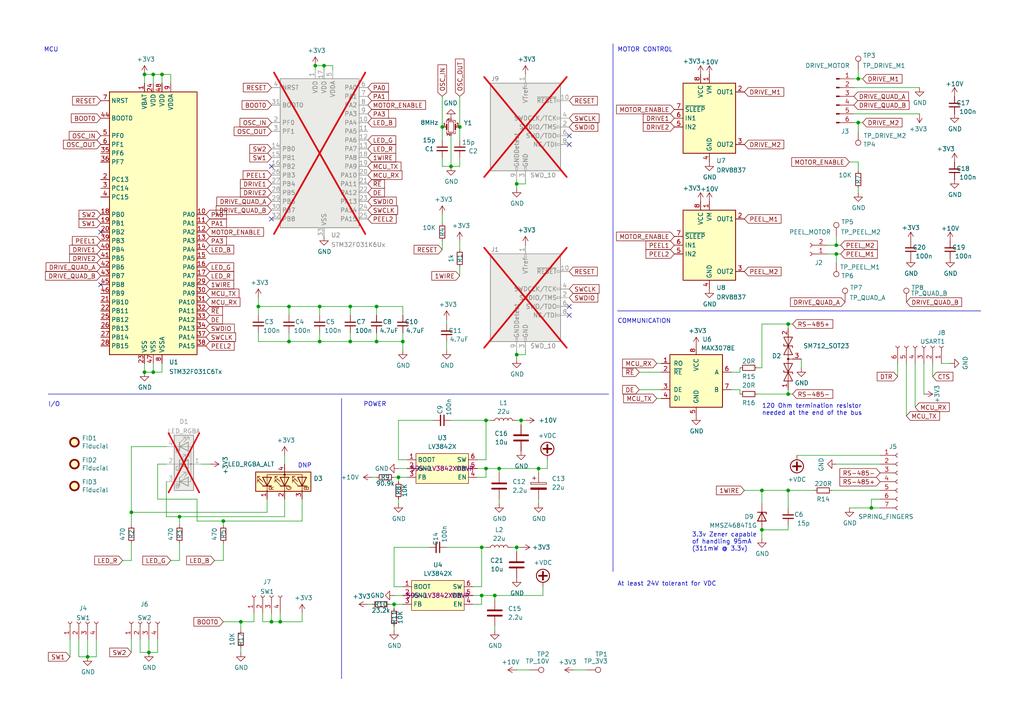
<source format=kicad_sch>
(kicad_sch (version 20250114) (generator "eeschema") (generator_version "9.0")
  (paper "A4")
  (title_block (title "LumenPnP Feeder Control Board") (rev "09") (company "Opulo, Inc."))
  (text "I/O" (at 13.97 118.11 0) (effects (font (size 1.27 1.27)) (justify left bottom)))
  (text "DNP" (at 86.36 135.89 0) (effects (font (size 1.27 1.27)) (justify left bottom)))
  (text "COMMUNICATION" (at 179.07 93.98 0) (effects (font (size 1.27 1.27)) (justify left bottom)))
  (text "MOTOR CONTROL" (at 179.07 15.24 0) (effects (font (size 1.27 1.27)) (justify left bottom)))
  (text "POWER" (at 105.41 118.11 0) (effects (font (size 1.27 1.27)) (justify left bottom)))
  (text "3.3v Zener capable\nof handling 95mA \n(311mW @ 3.3v)" (at 200.66 160.02 0) (effects (font (size 1.27 1.27)) (justify left bottom)))
  (text "At least 24V tolerant for VDC\n" (at 179.07 170.18 0) (effects (font (size 1.27 1.27)) (justify left bottom)))
  (text "MCU" (at 12.7 15.24 0) (effects (font (size 1.27 1.27)) (justify left bottom)))
  (text "120 Ohm termination resistor\nneeded at the end of the bus" (at 220.98 120.65 0) (effects (font (size 1.27 1.27)) (justify left bottom)))
  (junction (at 41.91 107.95))
  (junction (at 149.86 158.75))
  (junction (at 144.78 135.89))
  (junction (at 25.4 190.5))
  (junction (at 93.98 19.05))
  (junction (at 143.51 172.72))
  (junction (at 83.82 88.9))
  (junction (at 140.97 135.89))
  (junction (at 228.6 114.3))
  (junction (at 220.98 142.24))
  (junction (at 116.84 99.06))
  (junction (at 78.74 180.34))
  (junction (at 248.92 22.86))
  (junction (at 44.45 107.95))
  (junction (at 128.27 36.83))
  (junction (at 46.99 21.59))
  (junction (at 92.71 88.9))
  (junction (at 133.35 36.83))
  (junction (at 139.7 172.72))
  (junction (at 41.91 21.59))
  (junction (at 242.57 71.12))
  (junction (at 109.22 88.9))
  (junction (at 64.77 151.13))
  (junction (at 38.1 148.59))
  (junction (at 220.98 153.67))
  (junction (at 109.22 99.06))
  (junction (at 139.7 158.75))
  (junction (at 91.44 19.05))
  (junction (at 151.13 121.92))
  (junction (at 140.97 121.92))
  (junction (at 101.6 88.9))
  (junction (at 69.85 180.34))
  (junction (at 149.86 53.34))
  (junction (at 149.86 102.87))
  (junction (at 74.93 88.9))
  (junction (at 101.6 99.06))
  (junction (at 130.81 48.26))
  (junction (at 242.57 73.66))
  (junction (at 248.92 35.56))
  (junction (at 81.28 180.34))
  (junction (at 228.6 93.98))
  (junction (at 228.6 142.24))
  (junction (at 115.57 138.43))
  (junction (at 252.73 147.32))
  (junction (at 43.18 189.23))
  (junction (at 92.71 99.06))
  (junction (at 83.82 99.06))
  (junction (at 44.45 21.59))
  (junction (at 52.07 149.86))
  (junction (at 156.21 135.89))
  (junction (at 114.3 175.26))
  (no_connect (at 29.21 82.55))
  (no_connect (at 165.1 41.91))
  (no_connect (at 78.74 48.26))
  (no_connect (at 29.21 67.31))
  (no_connect (at 165.1 39.37))
  (no_connect (at 78.74 63.5))
  (no_connect (at 165.1 88.9))
  (no_connect (at 165.1 91.44))
  (wire (pts (xy 247.65 35.56) (xy 248.92 35.56)))
  (wire (pts (xy 38.1 189.23) (xy 38.1 185.42)))
  (wire (pts (xy 220.98 106.68) (xy 220.98 93.98)))
  (wire (pts (xy 49.53 162.56) (xy 52.07 162.56)))
  (wire (pts (xy 41.91 105.41) (xy 41.91 107.95)))
  (wire (pts (xy 128.27 62.23) (xy 128.27 64.77)))
  (wire (pts (xy 248.92 54.61) (xy 248.92 55.88)))
  (wire (pts (xy 44.45 105.41) (xy 44.45 107.95)))
  (wire (pts (xy 228.6 152.4) (xy 228.6 153.67)))
  (wire (pts (xy 143.51 181.61) (xy 143.51 182.88)))
  (wire (pts (xy 101.6 88.9) (xy 101.6 91.44)))
  (wire (pts (xy 149.86 121.92) (xy 151.13 121.92)))
  (wire (pts (xy 87.63 144.78) (xy 87.63 151.13)))
  (wire (pts (xy 149.86 53.34) (xy 149.86 52.07)))
  (wire (pts (xy 212.09 107.95) (xy 214.63 107.95)))
  (wire (pts (xy 83.82 88.9) (xy 83.82 91.44)))
  (wire (pts (xy 114.3 158.75) (xy 114.3 170.18)))
  (wire (pts (xy 74.93 96.52) (xy 74.93 99.06)))
  (wire (pts (xy 44.45 107.95) (xy 41.91 107.95)))
  (wire (pts (xy 242.57 73.66) (xy 243.84 73.66)))
  (wire (pts (xy 232.41 104.14) (xy 232.41 106.68)))
  (wire (pts (xy 138.43 135.89) (xy 140.97 135.89)))
  (wire (pts (xy 220.98 142.24) (xy 220.98 146.05)))
  (wire (pts (xy 69.85 180.34) (xy 69.85 182.88)))
  (wire (pts (xy 38.1 148.59) (xy 38.1 152.4)))
  (wire (pts (xy 133.35 69.85) (xy 133.35 72.39)))
  (wire (pts (xy 140.97 135.89) (xy 144.78 135.89)))
  (wire (pts (xy 133.35 48.26) (xy 130.81 48.26)))
  (wire (pts (xy 35.56 162.56) (xy 38.1 162.56)))
  (wire (pts (xy 27.94 185.42) (xy 27.94 190.5)))
  (wire (pts (xy 212.09 113.03) (xy 214.63 113.03)))
  (wire (pts (xy 128.27 72.39) (xy 128.27 69.85)))
  (wire (pts (xy 138.43 138.43) (xy 140.97 138.43)))
  (wire (pts (xy 92.71 88.9) (xy 83.82 88.9)))
  (wire (pts (xy 91.44 19.05) (xy 91.44 20.32)))
  (wire (pts (xy 57.15 151.13) (xy 64.77 151.13)))
  (wire (pts (xy 125.73 121.92) (xy 115.57 121.92)))
  (wire (pts (xy 148.59 158.75) (xy 149.86 158.75)))
  (wire (pts (xy 115.57 138.43) (xy 118.11 138.43)))
  (wire (pts (xy 114.3 138.43) (xy 115.57 138.43)))
  (wire (pts (xy 45.72 185.42) (xy 45.72 189.23)))
  (wire (pts (xy 76.2 177.8) (xy 76.2 180.34)))
  (wire (pts (xy 228.6 142.24) (xy 236.22 142.24)))
  (wire (pts (xy 219.71 106.68) (xy 220.98 106.68)))
  (wire (pts (xy 130.81 48.26) (xy 128.27 48.26)))
  (wire (pts (xy 114.3 170.18) (xy 116.84 170.18)))
  (wire (pts (xy 101.6 99.06) (xy 109.22 99.06)))
  (wire (pts (xy 273.05 105.41) (xy 275.59 105.41)))
  (wire (pts (xy 114.3 175.26) (xy 116.84 175.26)))
  (wire (pts (xy 77.47 148.59) (xy 38.1 148.59)))
  (wire (pts (xy 242.57 68.58) (xy 242.57 71.12)))
  (wire (pts (xy 139.7 172.72) (xy 143.51 172.72)))
  (wire (pts (xy 64.77 151.13) (xy 64.77 152.4)))
  (wire (pts (xy 27.94 190.5) (xy 25.4 190.5)))
  (wire (pts (xy 83.82 88.9) (xy 74.93 88.9)))
  (wire (pts (xy 228.6 142.24) (xy 228.6 147.32)))
  (wire (pts (xy 48.26 149.86) (xy 52.07 149.86)))
  (wire (pts (xy 74.93 88.9) (xy 74.93 91.44)))
  (wire (pts (xy 242.57 71.12) (xy 243.84 71.12)))
  (wire (pts (xy 241.3 142.24) (xy 255.27 142.24)))
  (wire (pts (xy 114.3 181.61) (xy 114.3 182.88)))
  (wire (pts (xy 149.86 54.61) (xy 149.86 53.34)))
  (wire (pts (xy 214.63 113.03) (xy 214.63 114.3)))
  (wire (pts (xy 115.57 144.78) (xy 115.57 146.05)))
  (wire (pts (xy 248.92 49.53) (xy 248.92 46.99)))
  (wire (pts (xy 82.55 132.08) (xy 82.55 134.62)))
  (wire (pts (xy 220.98 153.67) (xy 220.98 156.21)))
  (wire (pts (xy 116.84 96.52) (xy 116.84 99.06)))
  (wire (pts (xy 116.84 88.9) (xy 109.22 88.9)))
  (wire (pts (xy 252.73 144.78) (xy 255.27 144.78)))
  (wire (pts (xy 190.5 115.57) (xy 191.77 115.57)))
  (wire (pts (xy 139.7 158.75) (xy 140.97 158.75)))
  (wire (pts (xy 81.28 177.8) (xy 81.28 180.34)))
  (wire (pts (xy 22.86 190.5) (xy 25.4 190.5)))
  (wire (pts (xy 153.67 194.31) (xy 149.86 194.31)))
  (wire (pts (xy 220.98 93.98) (xy 228.6 93.98)))
  (wire (pts (xy 45.72 144.78) (xy 57.15 144.78)))
  (wire (pts (xy 43.18 189.23) (xy 45.72 189.23)))
  (wire (pts (xy 152.4 102.87) (xy 152.4 101.6)))
  (wire (pts (xy 129.54 158.75) (xy 139.7 158.75)))
  (wire (pts (xy 252.73 147.32) (xy 255.27 147.32)))
  (wire (pts (xy 116.84 99.06) (xy 116.84 101.6)))
  (wire (pts (xy 133.35 40.64) (xy 133.35 36.83)))
  (wire (pts (xy 152.4 53.34) (xy 152.4 52.07)))
  (wire (pts (xy 262.89 105.41) (xy 262.89 120.65)))
  (wire (pts (xy 45.72 134.62) (xy 48.26 134.62)))
  (wire (pts (xy 40.64 189.23) (xy 43.18 189.23)))
  (wire (pts (xy 248.92 35.56) (xy 250.19 35.56)))
  (wire (pts (xy 52.07 149.86) (xy 52.07 152.4)))
  (wire (pts (xy 25.4 185.42) (xy 25.4 190.5)))
  (wire (pts (xy 139.7 175.26) (xy 139.7 172.72)))
  (wire (pts (xy 267.97 105.41) (xy 267.97 114.3)))
  (wire (pts (xy 143.51 172.72) (xy 143.51 173.99)))
  (wire (pts (xy 57.15 144.78) (xy 57.15 151.13)))
  (wire (pts (xy 228.6 114.3) (xy 229.87 114.3)))
  (wire (pts (xy 38.1 129.54) (xy 48.26 129.54)))
  (wire (pts (xy 64.77 180.34) (xy 69.85 180.34)))
  (wire (pts (xy 46.99 107.95) (xy 44.45 107.95)))
  (wire (pts (xy 49.53 24.13) (xy 49.53 21.59)))
  (wire (pts (xy 93.98 19.05) (xy 93.98 20.32)))
  (wire (pts (xy 144.78 135.89) (xy 144.78 137.16)))
  (wire (pts (xy 144.78 135.89) (xy 156.21 135.89)))
  (wire (pts (xy 151.13 121.92) (xy 152.4 121.92)))
  (wire (pts (xy 115.57 139.7) (xy 115.57 138.43)))
  (wire (pts (xy 109.22 99.06) (xy 116.84 99.06)))
  (wire (pts (xy 109.22 88.9) (xy 109.22 91.44)))
  (wire (pts (xy 228.6 153.67) (xy 220.98 153.67)))
  (wire (pts (xy 69.85 180.34) (xy 73.66 180.34)))
  (wire (pts (xy 156.21 144.78) (xy 156.21 146.05)))
  (wire (pts (xy 166.37 194.31) (xy 170.18 194.31)))
  (wire (pts (xy 128.27 36.83) (xy 128.27 40.64)))
  (wire (pts (xy 46.99 105.41) (xy 46.99 107.95)))
  (polyline (pts (xy 13.97 114.3) (xy 176.53 114.3)))
  (wire (pts (xy 114.3 176.53) (xy 114.3 175.26)))
  (wire (pts (xy 215.9 142.24) (xy 220.98 142.24)))
  (wire (pts (xy 231.14 132.08) (xy 255.27 132.08)))
  (wire (pts (xy 115.57 133.35) (xy 118.11 133.35)))
  (wire (pts (xy 73.66 177.8) (xy 73.66 180.34)))
  (wire (pts (xy 240.03 73.66) (xy 242.57 73.66)))
  (wire (pts (xy 240.03 71.12) (xy 242.57 71.12)))
  (wire (pts (xy 265.43 105.41) (xy 265.43 118.11)))
  (wire (pts (xy 185.42 107.95) (xy 191.77 107.95)))
  (wire (pts (xy 228.6 93.98) (xy 228.6 95.25)))
  (wire (pts (xy 92.71 96.52) (xy 92.71 99.06)))
  (wire (pts (xy 46.99 21.59) (xy 46.99 24.13)))
  (wire (pts (xy 247.65 22.86) (xy 248.92 22.86)))
  (wire (pts (xy 137.16 170.18) (xy 139.7 170.18)))
  (wire (pts (xy 101.6 88.9) (xy 92.71 88.9)))
  (wire (pts (xy 130.81 39.37) (xy 130.81 48.26)))
  (wire (pts (xy 149.86 53.34) (xy 152.4 53.34)))
  (wire (pts (xy 149.86 102.87) (xy 149.86 101.6)))
  (wire (pts (xy 58.42 134.62) (xy 60.96 134.62)))
  (wire (pts (xy 109.22 96.52) (xy 109.22 99.06)))
  (wire (pts (xy 149.86 102.87) (xy 152.4 102.87)))
  (wire (pts (xy 78.74 180.34) (xy 81.28 180.34)))
  (wire (pts (xy 247.65 25.4) (xy 266.7 25.4)))
  (wire (pts (xy 130.81 121.92) (xy 140.97 121.92)))
  (wire (pts (xy 140.97 121.92) (xy 142.24 121.92)))
  (wire (pts (xy 92.71 99.06) (xy 101.6 99.06)))
  (wire (pts (xy 139.7 170.18) (xy 139.7 158.75)))
  (wire (pts (xy 62.23 162.56) (xy 64.77 162.56)))
  (wire (pts (xy 92.71 88.9) (xy 92.71 91.44)))
  (wire (pts (xy 64.77 157.48) (xy 64.77 162.56)))
  (wire (pts (xy 82.55 149.86) (xy 52.07 149.86)))
  (polyline (pts (xy 179.07 90.17) (xy 284.48 90.17)))
  (wire (pts (xy 22.86 185.42) (xy 22.86 190.5)))
  (wire (pts (xy 74.93 99.06) (xy 83.82 99.06)))
  (wire (pts (xy 38.1 129.54) (xy 38.1 148.59)))
  (wire (pts (xy 113.03 175.26) (xy 114.3 175.26)))
  (wire (pts (xy 128.27 27.94) (xy 128.27 36.83)))
  (polyline (pts (xy 99.06 115.57) (xy 99.06 196.85)))
  (wire (pts (xy 138.43 133.35) (xy 140.97 133.35)))
  (wire (pts (xy 52.07 157.48) (xy 52.07 162.56)))
  (wire (pts (xy 87.63 151.13) (xy 64.77 151.13)))
  (wire (pts (xy 48.26 139.7) (xy 48.26 149.86)))
  (wire (pts (xy 82.55 144.78) (xy 82.55 149.86)))
  (wire (pts (xy 107.95 138.43) (xy 109.22 138.43)))
  (wire (pts (xy 242.57 73.66) (xy 242.57 76.2)))
  (wire (pts (xy 44.45 21.59) (xy 44.45 24.13)))
  (wire (pts (xy 87.63 177.8) (xy 87.63 180.34)))
  (wire (pts (xy 76.2 180.34) (xy 78.74 180.34)))
  (wire (pts (xy 115.57 135.89) (xy 118.11 135.89)))
  (wire (pts (xy 219.71 114.3) (xy 228.6 114.3)))
  (wire (pts (xy 248.92 20.32) (xy 248.92 22.86)))
  (wire (pts (xy 96.52 20.32) (xy 96.52 19.05)))
  (wire (pts (xy 220.98 142.24) (xy 228.6 142.24)))
  (wire (pts (xy 40.64 185.42) (xy 40.64 189.23)))
  (wire (pts (xy 83.82 99.06) (xy 92.71 99.06)))
  (wire (pts (xy 41.91 21.59) (xy 41.91 24.13)))
  (wire (pts (xy 247.65 33.02) (xy 266.7 33.02)))
  (wire (pts (xy 137.16 175.26) (xy 139.7 175.26)))
  (wire (pts (xy 45.72 144.78) (xy 45.72 134.62)))
  (wire (pts (xy 252.73 147.32) (xy 252.73 144.78)))
  (wire (pts (xy 149.86 158.75) (xy 149.86 160.02)))
  (wire (pts (xy 129.54 92.71) (xy 129.54 93.98)))
  (wire (pts (xy 106.68 175.26) (xy 107.95 175.26)))
  (wire (pts (xy 69.85 187.96) (xy 69.85 189.23)))
  (wire (pts (xy 140.97 133.35) (xy 140.97 121.92)))
  (wire (pts (xy 128.27 48.26) (xy 128.27 45.72)))
  (wire (pts (xy 46.99 21.59) (xy 44.45 21.59)))
  (wire (pts (xy 133.35 80.01) (xy 133.35 77.47)))
  (wire (pts (xy 49.53 21.59) (xy 46.99 21.59)))
  (wire (pts (xy 81.28 180.34) (xy 87.63 180.34)))
  (wire (pts (xy 20.32 185.42) (xy 20.32 190.5)))
  (wire (pts (xy 214.63 106.68) (xy 214.63 107.95)))
  (wire (pts (xy 114.3 172.72) (xy 116.84 172.72)))
  (wire (pts (xy 140.97 138.43) (xy 140.97 135.89)))
  (wire (pts (xy 228.6 93.98) (xy 229.87 93.98)))
  (wire (pts (xy 157.48 170.18) (xy 157.48 172.72)))
  (wire (pts (xy 248.92 22.86) (xy 250.19 22.86)))
  (wire (pts (xy 78.74 177.8) (xy 78.74 180.34)))
  (wire (pts (xy 74.93 88.9) (xy 74.93 86.36)))
  (wire (pts (xy 77.47 144.78) (xy 77.47 148.59)))
  (wire (pts (xy 43.18 185.42) (xy 43.18 189.23)))
  (wire (pts (xy 270.51 105.41) (xy 270.51 109.22)))
  (wire (pts (xy 190.5 105.41) (xy 191.77 105.41)))
  (wire (pts (xy 158.75 133.35) (xy 158.75 135.89)))
  (wire (pts (xy 91.44 19.05) (xy 93.98 19.05)))
  (wire (pts (xy 93.98 19.05) (xy 96.52 19.05)))
  (wire (pts (xy 144.78 144.78) (xy 144.78 146.05)))
  (wire (pts (xy 129.54 99.06) (xy 129.54 101.6)))
  (wire (pts (xy 156.21 135.89) (xy 156.21 137.16)))
  (wire (pts (xy 44.45 21.59) (xy 41.91 21.59)))
  (wire (pts (xy 109.22 88.9) (xy 101.6 88.9)))
  (polyline (pts (xy 177.8 165.735) (xy 177.8 12.7)))
  (wire (pts (xy 248.92 35.56) (xy 248.92 38.1)))
  (wire (pts (xy 151.13 158.75) (xy 149.86 158.75)))
  (wire (pts (xy 133.35 48.26) (xy 133.35 45.72)))
  (wire (pts (xy 248.92 46.99) (xy 246.38 46.99)))
  (wire (pts (xy 116.84 91.44) (xy 116.84 88.9)))
  (wire (pts (xy 242.57 134.62) (xy 255.27 134.62)))
  (wire (pts (xy 149.86 104.14) (xy 149.86 102.87)))
  (wire (pts (xy 124.46 158.75) (xy 114.3 158.75)))
  (wire (pts (xy 151.13 121.92) (xy 151.13 123.19)))
  (wire (pts (xy 38.1 157.48) (xy 38.1 162.56)))
  (wire (pts (xy 260.35 105.41) (xy 260.35 109.22)))
  (wire (pts (xy 133.35 36.83) (xy 133.35 27.94)))
  (wire (pts (xy 228.6 113.03) (xy 228.6 114.3)))
  (wire (pts (xy 137.16 172.72) (xy 139.7 172.72)))
  (wire (pts (xy 156.21 135.89) (xy 158.75 135.89)))
  (wire (pts (xy 101.6 96.52) (xy 101.6 99.06)))
  (wire (pts (xy 83.82 96.52) (xy 83.82 99.06)))
  (wire (pts (xy 246.38 147.32) (xy 252.73 147.32)))
  (wire (pts (xy 185.42 113.03) (xy 191.77 113.03)))
  (wire (pts (xy 115.57 121.92) (xy 115.57 133.35)))
  (wire (pts (xy 143.51 172.72) (xy 157.48 172.72)))
  (global_label "RESET" (shape input) (at 128.27 72.39 180) (property "Intersheetrefs" "${INTERSHEET_REFS}" (effects (hide yes))))
  (global_label "1WIRE" (shape input) (at 215.9 142.24 180) (property "Intersheetrefs" "${INTERSHEET_REFS}" (effects (hide yes))))
  (global_label "SWDIO" (shape input) (at 59.69 95.25 0) (property "Intersheetrefs" "${INTERSHEET_REFS}" (effects (hide yes))))
  (global_label "LED_R" (shape input) (at 35.56 162.56 180) (property "Intersheetrefs" "${INTERSHEET_REFS}" (effects (hide yes))))
  (global_label "LED_G" (shape input) (at 106.68 40.64 0) (property "Intersheetrefs" "${INTERSHEET_REFS}" (effects (hide yes))))
  (global_label "LED_R" (shape input) (at 59.69 80.01 0) (property "Intersheetrefs" "${INTERSHEET_REFS}" (effects (hide yes))))
  (global_label "MOTOR_ENABLE" (shape input) (at 59.69 67.31 0) (property "Intersheetrefs" "${INTERSHEET_REFS}" (effects (hide yes))))
  (global_label "BOOT0" (shape input) (at 64.77 180.34 180) (property "Intersheetrefs" "${INTERSHEET_REFS}" (effects (hide yes))))
  (global_label "SWCLK" (shape input) (at 165.1 83.82 0) (property "Intersheetrefs" "${INTERSHEET_REFS}" (effects (hide yes))))
  (global_label "PEEL_M1" (shape input) (at 243.84 73.66 0) (property "Intersheetrefs" "${INTERSHEET_REFS}" (effects (hide yes))))
  (global_label "OSC_IN" (shape input) (at 29.21 39.37 180) (property "Intersheetrefs" "${INTERSHEET_REFS}" (effects (hide yes))))
  (global_label "LED_R" (shape input) (at 106.68 43.18 0) (property "Intersheetrefs" "${INTERSHEET_REFS}" (effects (hide yes))))
  (global_label "PA1" (shape input) (at 106.68 27.94 0) (property "Intersheetrefs" "${INTERSHEET_REFS}" (effects (hide yes))))
  (global_label "MCU_TX" (shape input) (at 190.5 115.57 180) (property "Intersheetrefs" "${INTERSHEET_REFS}" (effects (hide yes))))
  (global_label "1WIRE" (shape input) (at 106.68 45.72 0) (property "Intersheetrefs" "${INTERSHEET_REFS}" (effects (hide yes))))
  (global_label "DRIVE2" (shape input) (at 29.21 74.93 180) (property "Intersheetrefs" "${INTERSHEET_REFS}" (effects (hide yes))))
  (global_label "RS-485-" (shape input) (at 229.87 114.3 0) (property "Intersheetrefs" "${INTERSHEET_REFS}" (effects (hide yes))))
  (global_label "SWDIO" (shape input) (at 106.68 58.42 0) (property "Intersheetrefs" "${INTERSHEET_REFS}" (effects (hide yes))))
  (global_label "SW1" (shape input) (at 78.74 45.72 180) (property "Intersheetrefs" "${INTERSHEET_REFS}" (effects (hide yes))))
  (global_label "OSC_OUT" (shape input) (at 133.35 27.94 90) (property "Intersheetrefs" "${INTERSHEET_REFS}" (effects (hide yes))))
  (global_label "PA1" (shape input) (at 59.69 64.77 0) (property "Intersheetrefs" "${INTERSHEET_REFS}" (effects (hide yes))))
  (global_label "DRIVE_M2" (shape input) (at 215.9 41.91 0) (property "Intersheetrefs" "${INTERSHEET_REFS}" (effects (hide yes))))
  (global_label "SW1" (shape input) (at 29.21 64.77 180) (property "Intersheetrefs" "${INTERSHEET_REFS}" (effects (hide yes))))
  (global_label "MCU_TX" (shape input) (at 262.89 120.65 0) (property "Intersheetrefs" "${INTERSHEET_REFS}" (effects (hide yes))))
  (global_label "LED_B" (shape input) (at 62.23 162.56 180) (property "Intersheetrefs" "${INTERSHEET_REFS}" (effects (hide yes))))
  (global_label "DRIVE_QUAD_B" (shape input) (at 29.21 80.01 180) (property "Intersheetrefs" "${INTERSHEET_REFS}" (effects (hide yes))))
  (global_label "DRIVE1" (shape input) (at 78.74 53.34 180) (property "Intersheetrefs" "${INTERSHEET_REFS}" (effects (hide yes))))
  (global_label "DTR" (shape input) (at 260.35 109.22 180) (property "Intersheetrefs" "${INTERSHEET_REFS}" (effects (hide yes))))
  (global_label "PEEL1" (shape input) (at 78.74 50.8 180) (property "Intersheetrefs" "${INTERSHEET_REFS}" (effects (hide yes))))
  (global_label "MCU_RX" (shape input) (at 106.68 50.8 0) (property "Intersheetrefs" "${INTERSHEET_REFS}" (effects (hide yes))))
  (global_label "DRIVE_QUAD_A" (shape input) (at 245.11 87.63 180) (property "Intersheetrefs" "${INTERSHEET_REFS}" (effects (hide yes))))
  (global_label "SWDIO" (shape input) (at 165.1 86.36 0) (property "Intersheetrefs" "${INTERSHEET_REFS}" (effects (hide yes))))
  (global_label "PEEL1" (shape input) (at 29.21 69.85 180) (property "Intersheetrefs" "${INTERSHEET_REFS}" (effects (hide yes))))
  (global_label "SW2" (shape input) (at 78.74 43.18 180) (property "Intersheetrefs" "${INTERSHEET_REFS}" (effects (hide yes))))
  (global_label "DRIVE_M2" (shape input) (at 250.19 35.56 0) (property "Intersheetrefs" "${INTERSHEET_REFS}" (effects (hide yes))))
  (global_label "DE" (shape input) (at 106.68 55.88 0) (property "Intersheetrefs" "${INTERSHEET_REFS}" (effects (hide yes))))
  (global_label "LED_B" (shape input) (at 59.69 72.39 0) (property "Intersheetrefs" "${INTERSHEET_REFS}" (effects (hide yes))))
  (global_label "DRIVE_QUAD_A" (shape input) (at 78.74 58.42 180) (property "Intersheetrefs" "${INTERSHEET_REFS}" (effects (hide yes))))
  (global_label "BOOT0" (shape input) (at 78.74 30.48 180) (property "Intersheetrefs" "${INTERSHEET_REFS}" (effects (hide yes))))
  (global_label "MCU_RX" (shape input) (at 265.43 118.11 0) (property "Intersheetrefs" "${INTERSHEET_REFS}" (effects (hide yes))))
  (global_label "MCU_RX" (shape input) (at 59.69 87.63 0) (property "Intersheetrefs" "${INTERSHEET_REFS}" (effects (hide yes))))
  (global_label "DRIVE_QUAD_B" (shape input) (at 262.89 87.63 0) (property "Intersheetrefs" "${INTERSHEET_REFS}" (effects (hide yes))))
  (global_label "MCU_TX" (shape input) (at 106.68 48.26 0) (property "Intersheetrefs" "${INTERSHEET_REFS}" (effects (hide yes))))
  (global_label "PA0" (shape input) (at 59.69 62.23 0) (property "Intersheetrefs" "${INTERSHEET_REFS}" (effects (hide yes))))
  (global_label "DRIVE1" (shape input) (at 29.21 72.39 180) (property "Intersheetrefs" "${INTERSHEET_REFS}" (effects (hide yes))))
  (global_label "CTS" (shape input) (at 270.51 109.22 0) (property "Intersheetrefs" "${INTERSHEET_REFS}" (effects (hide yes))))
  (global_label "~{RE}" (shape input) (at 59.69 90.17 0) (property "Intersheetrefs" "${INTERSHEET_REFS}" (effects (hide yes))))
  (global_label "SWDIO" (shape input) (at 165.1 36.83 0) (property "Intersheetrefs" "${INTERSHEET_REFS}" (effects (hide yes))))
  (global_label "1WIRE" (shape input) (at 133.35 80.01 180) (property "Intersheetrefs" "${INTERSHEET_REFS}" (effects (hide yes))))
  (global_label "PA0" (shape input) (at 106.68 25.4 0) (property "Intersheetrefs" "${INTERSHEET_REFS}" (effects (hide yes))))
  (global_label "OSC_IN" (shape input) (at 128.27 27.94 90) (property "Intersheetrefs" "${INTERSHEET_REFS}" (effects (hide yes))))
  (global_label "LED_G" (shape input) (at 49.53 162.56 180) (property "Intersheetrefs" "${INTERSHEET_REFS}" (effects (hide yes))))
  (global_label "DRIVE_QUAD_B" (shape input) (at 78.74 60.96 180) (property "Intersheetrefs" "${INTERSHEET_REFS}" (effects (hide yes))))
  (global_label "OSC_OUT" (shape input) (at 29.21 41.91 180) (property "Intersheetrefs" "${INTERSHEET_REFS}" (effects (hide yes))))
  (global_label "DRIVE_M1" (shape input) (at 250.19 22.86 0) (property "Intersheetrefs" "${INTERSHEET_REFS}" (effects (hide yes))))
  (global_label "MCU_RX" (shape input) (at 190.5 105.41 180) (property "Intersheetrefs" "${INTERSHEET_REFS}" (effects (hide yes))))
  (global_label "BOOT0" (shape input) (at 29.21 34.29 180) (property "Intersheetrefs" "${INTERSHEET_REFS}" (effects (hide yes))))
  (global_label "RESET" (shape input) (at 165.1 78.74 0) (property "Intersheetrefs" "${INTERSHEET_REFS}" (effects (hide yes))))
  (global_label "SWCLK" (shape input) (at 106.68 60.96 0) (property "Intersheetrefs" "${INTERSHEET_REFS}" (effects (hide yes))))
  (global_label "MOTOR_ENABLE" (shape input) (at 195.58 31.75 180) (property "Intersheetrefs" "${INTERSHEET_REFS}" (effects (hide yes))))
  (global_label "RESET" (shape input) (at 165.1 29.21 0) (property "Intersheetrefs" "${INTERSHEET_REFS}" (effects (hide yes))))
  (global_label "DRIVE_M1" (shape input) (at 215.9 26.67 0) (property "Intersheetrefs" "${INTERSHEET_REFS}" (effects (hide yes))))
  (global_label "~{RE}" (shape input) (at 185.42 107.95 180) (property "Intersheetrefs" "${INTERSHEET_REFS}" (effects (hide yes))))
  (global_label "PA3" (shape input) (at 59.69 69.85 0) (property "Intersheetrefs" "${INTERSHEET_REFS}" (effects (hide yes))))
  (global_label "PEEL_M2" (shape input) (at 215.9 78.74 0) (property "Intersheetrefs" "${INTERSHEET_REFS}" (effects (hide yes))))
  (global_label "DRIVE_QUAD_B" (shape input) (at 247.65 30.48 0) (property "Intersheetrefs" "${INTERSHEET_REFS}" (effects (hide yes))))
  (global_label "SW2" (shape input) (at 38.1 189.23 180) (property "Intersheetrefs" "${INTERSHEET_REFS}" (effects (hide yes))))
  (global_label "LED_G" (shape input) (at 59.69 77.47 0) (property "Intersheetrefs" "${INTERSHEET_REFS}" (effects (hide yes))))
  (global_label "PEEL1" (shape input) (at 195.58 71.12 180) (property "Intersheetrefs" "${INTERSHEET_REFS}" (effects (hide yes))))
  (global_label "DRIVE2" (shape input) (at 195.58 36.83 180) (property "Intersheetrefs" "${INTERSHEET_REFS}" (effects (hide yes))))
  (global_label "SWCLK" (shape input) (at 59.69 97.79 0) (property "Intersheetrefs" "${INTERSHEET_REFS}" (effects (hide yes))))
  (global_label "PEEL2" (shape input) (at 106.68 63.5 0) (property "Intersheetrefs" "${INTERSHEET_REFS}" (effects (hide yes))))
  (global_label "DRIVE_QUAD_A" (shape input) (at 247.65 27.94 0) (property "Intersheetrefs" "${INTERSHEET_REFS}" (effects (hide yes))))
  (global_label "SW2" (shape input) (at 29.21 62.23 180) (property "Intersheetrefs" "${INTERSHEET_REFS}" (effects (hide yes))))
  (global_label "PA3" (shape input) (at 106.68 33.02 0) (property "Intersheetrefs" "${INTERSHEET_REFS}" (effects (hide yes))))
  (global_label "1WIRE" (shape input) (at 59.69 82.55 0) (property "Intersheetrefs" "${INTERSHEET_REFS}" (effects (hide yes))))
  (global_label "DRIVE2" (shape input) (at 78.74 55.88 180) (property "Intersheetrefs" "${INTERSHEET_REFS}" (effects (hide yes))))
  (global_label "SW1" (shape input) (at 20.32 190.5 180) (property "Intersheetrefs" "${INTERSHEET_REFS}" (effects (hide yes))))
  (global_label "DRIVE1" (shape input) (at 195.58 34.29 180) (property "Intersheetrefs" "${INTERSHEET_REFS}" (effects (hide yes))))
  (global_label "OSC_OUT" (shape input) (at 78.74 38.1 180) (property "Intersheetrefs" "${INTERSHEET_REFS}" (effects (hide yes))))
  (global_label "PEEL2" (shape input) (at 195.58 73.66 180) (property "Intersheetrefs" "${INTERSHEET_REFS}" (effects (hide yes))))
  (global_label "LED_B" (shape input) (at 106.68 35.56 0) (property "Intersheetrefs" "${INTERSHEET_REFS}" (effects (hide yes))))
  (global_label "OSC_IN" (shape input) (at 78.74 35.56 180) (property "Intersheetrefs" "${INTERSHEET_REFS}" (effects (hide yes))))
  (global_label "DRIVE_QUAD_A" (shape input) (at 29.21 77.47 180) (property "Intersheetrefs" "${INTERSHEET_REFS}" (effects (hide yes))))
  (global_label "SWCLK" (shape input) (at 165.1 34.29 0) (property "Intersheetrefs" "${INTERSHEET_REFS}" (effects (hide yes))))
  (global_label "RESET" (shape input) (at 78.74 25.4 180) (property "Intersheetrefs" "${INTERSHEET_REFS}" (effects (hide yes))))
  (global_label "DE" (shape input) (at 185.42 113.03 180) (property "Intersheetrefs" "${INTERSHEET_REFS}" (effects (hide yes))))
  (global_label "MOTOR_ENABLE" (shape input) (at 246.38 46.99 180) (property "Intersheetrefs" "${INTERSHEET_REFS}" (effects (hide yes))))
  (global_label "RS-485+" (shape input) (at 255.27 139.7 180) (property "Intersheetrefs" "${INTERSHEET_REFS}" (effects (hide yes))))
  (global_label "RS-485+" (shape input) (at 229.87 93.98 0) (property "Intersheetrefs" "${INTERSHEET_REFS}" (effects (hide yes))))
  (global_label "RS-485-" (shape input) (at 255.27 137.16 180) (property "Intersheetrefs" "${INTERSHEET_REFS}" (effects (hide yes))))
  (global_label "MCU_TX" (shape input) (at 59.69 85.09 0) (property "Intersheetrefs" "${INTERSHEET_REFS}" (effects (hide yes))))
  (global_label "PEEL_M1" (shape input) (at 215.9 63.5 0) (property "Intersheetrefs" "${INTERSHEET_REFS}" (effects (hide yes))))
  (global_label "~{RE}" (shape input) (at 106.68 53.34 0) (property "Intersheetrefs" "${INTERSHEET_REFS}" (effects (hide yes))))
  (global_label "PEEL2" (shape input) (at 59.69 100.33 0) (property "Intersheetrefs" "${INTERSHEET_REFS}" (effects (hide yes))))
  (global_label "MOTOR_ENABLE" (shape input) (at 106.68 30.48 0) (property "Intersheetrefs" "${INTERSHEET_REFS}" (effects (hide yes))))
  (global_label "MOTOR_ENABLE" (shape input) (at 195.58 68.58 180) (property "Intersheetrefs" "${INTERSHEET_REFS}" (effects (hide yes))))
  (global_label "PEEL_M2" (shape input) (at 243.84 71.12 0) (property "Intersheetrefs" "${INTERSHEET_REFS}" (effects (hide yes))))
  (global_label "DE" (shape input) (at 59.69 92.71 0) (property "Intersheetrefs" "${INTERSHEET_REFS}" (effects (hide yes))))
  (global_label "RESET" (shape input) (at 29.21 29.21 180) (property "Intersheetrefs" "${INTERSHEET_REFS}" (effects (hide yes))))
  (symbol (lib_id "Device:R_Small") (at 52.07 154.94 180) (unit 1)
    (property "Reference" "R3" (at 52.07 154.94 90))
    (property "Value" "470" (at 49.53 154.94 90))
    (property "Footprint" "Resistor_SMD:R_0805_2012Metric" (effects (hide yes)))
    (property "JLCPCB" "C17710" (effects (hide yes)))
    (property "LCSC" "C119076" (effects (hide yes)))
    (property "Mouser Part Number" "603-RC0805JR-10470RL" (effects (hide yes)))
  )
  (symbol (lib_id "power:GND") (at 43.18 189.23 0) (unit 1)
    (property "Reference" "#PWR019" (effects (hide yes)))
    (property "Value" "GND" (at 43.307 193.6242 0))
  )
  (symbol (lib_id "power:GND") (at 149.86 104.14 0) (unit 1)
    (property "Reference" "#PWR04" (effects (hide yes)))
    (property "Value" "GND" (at 149.987 108.5342 0))
  )
  (symbol (lib_id "power:+3V3") (at 152.4 71.12 0) (unit 1)
    (property "Reference" "#PWR05" (effects (hide yes)))
    (property "Value" "+3V3" (at 152.781 66.7258 0))
  )
  (symbol (lib_id "Device:C_Small") (at 128.27 43.18 0) (unit 1)
    (property "Reference" "C1" (at 123.19 43.18 0) (effects (justify left)))
    (property "Value" "15p" (at 122.555 40.64 0) (effects (justify left)))
    (property "Footprint" "Capacitor_SMD:C_0805_2012Metric" (effects (hide yes)))
    (property "JLCPCB" "C1794" (effects (hide yes)))
    (property "LCSC" "C376865" (effects (hide yes)))
    (property "Mouser Part Number" "603-CC805JRNPO9BN150" (effects (hide yes)))
  )
  (symbol (lib_id "Device:C_Small") (at 133.35 43.18 0) (unit 1)
    (property "Reference" "C2" (at 135.89 43.815 0) (effects (justify left)))
    (property "Value" "15p" (at 133.985 41.275 0) (effects (justify left)))
    (property "Footprint" "Capacitor_SMD:C_0805_2012Metric" (effects (hide yes)))
    (property "JLCPCB" "C1794" (effects (hide yes)))
    (property "LCSC" "C376865" (effects (hide yes)))
    (property "Mouser Part Number" "603-CC805JRNPO9BN150" (effects (hide yes)))
  )
  (symbol (lib_id "power:GND") (at 130.81 48.26 0) (unit 1)
    (property "Reference" "#PWR09" (effects (hide yes)))
    (property "Value" "GND" (at 130.937 52.6542 0))
  )
  (symbol (lib_id "Connector:Conn_ARM_JTAG_SWD_10") (at 152.4 86.36 0) (unit 1) (in_bom no) (dnp yes)
    (property "Reference" "J1" (at 144.78 72.39 0) (effects (justify right)))
    (property "Value" "SWD_10" (at 161.29 100.33 0) (effects (justify right)))
    (property "Footprint" "Connector_PinHeader_1.27mm:PinHeader_2x05_P1.27mm_Vertical_SMD" (effects (hide yes)))
    (property "Datasheet" "http://infocenter.arm.com/help/topic/com.arm.doc.ddi0314h/DDI0314H_coresight_components_trm.pdf" (effects (hide yes)))
  )
  (symbol (lib_id "Device:R_Small") (at 38.1 154.94 180) (unit 1)
    (property "Reference" "R2" (at 38.1 154.94 90))
    (property "Value" "470" (at 35.56 154.94 90))
    (property "Footprint" "Resistor_SMD:R_0805_2012Metric" (effects (hide yes)))
    (property "JLCPCB" "C17710" (effects (hide yes)))
    (property "LCSC" "C119076" (effects (hide yes)))
    (property "Mouser Part Number" "603-RC0805JR-10470RL" (effects (hide yes)))
  )
  (symbol (lib_id "power:+3V3") (at 60.96 134.62 270) (unit 1)
    (property "Reference" "#PWR06" (effects (hide yes)))
    (property "Value" "+3V3" (at 65.3542 135.001 0))
  )
  (symbol (lib_id "Device:Crystal_GND24_Small") (at 130.81 36.83 0) (unit 1)
    (property "Reference" "Y1" (at 134.4676 35.6616 0) (effects (justify left)))
    (property "Value" "8MHz" (at 121.92 35.56 0) (effects (justify left)))
    (property "Footprint" "Crystal:Crystal_SMD_3225-4Pin_3.2x2.5mm_HandSoldering" (effects (hide yes)))
    (property "JLCPCB" "C253751" (effects (hide yes)))
    (property "LCSC" "C648984" (effects (hide yes)))
    (property "Mouser Part Number" "520-80833B2QCVYTR" (effects (hide yes)))
  )
  (symbol (lib_id "Mechanical:Fiducial") (at 21.59 128.27 0) (unit 1) (in_bom no)
    (property "Reference" "FID1" (at 23.749 127.1016 0) (effects (justify left)))
    (property "Value" "Fiducial" (at 23.749 129.413 0) (effects (justify left)))
    (property "Footprint" "Fiducial:Fiducial_1mm_Mask2mm" (effects (hide yes)))
  )
  (symbol (lib_id "Mechanical:Fiducial") (at 21.59 134.62 0) (unit 1) (in_bom no)
    (property "Reference" "FID2" (at 23.749 133.4516 0) (effects (justify left)))
    (property "Value" "Fiducial" (at 23.749 135.763 0) (effects (justify left)))
    (property "Footprint" "Fiducial:Fiducial_1mm_Mask2mm" (effects (hide yes)))
  )
  (symbol (lib_id "Mechanical:Fiducial") (at 21.59 140.97 0) (unit 1) (in_bom no)
    (property "Reference" "FID3" (at 23.749 139.8016 0) (effects (justify left)))
    (property "Value" "Fiducial" (at 23.749 142.113 0) (effects (justify left)))
    (property "Footprint" "Fiducial:Fiducial_1mm_Mask2mm" (effects (hide yes)))
  )
  (symbol (lib_id "Device:R_Small") (at 64.77 154.94 180) (unit 1)
    (property "Reference" "R5" (at 64.77 154.94 90))
    (property "Value" "470" (at 62.23 154.94 90))
    (property "Footprint" "Resistor_SMD:R_0805_2012Metric" (effects (hide yes)))
    (property "JLCPCB" "C17710" (effects (hide yes)))
    (property "LCSC" "C119076" (effects (hide yes)))
    (property "Mouser Part Number" "603-RC0805JR-10470RL" (effects (hide yes)))
  )
  (symbol (lib_id "power:GND") (at 130.81 34.29 180) (unit 1)
    (property "Reference" "#PWR0124" (effects (hide yes)))
    (property "Value" "GND" (at 130.683 29.8958 0))
  )
  (symbol (lib_id "Device:R_Small") (at 133.35 74.93 180) (unit 1)
    (property "Reference" "R1" (at 133.35 74.93 90))
    (property "Value" "1k" (at 130.81 74.93 90))
    (property "Footprint" "Resistor_SMD:R_0805_2012Metric" (effects (hide yes)))
    (property "JLCPCB" "C17513" (effects (hide yes)))
    (property "LCSC" "C17513" (effects (hide yes)))
    (property "Mouser Part Number" "708-RMCF0805FG1K00" (effects (hide yes)))
  )
  (symbol (lib_id "Device:L") (at 146.05 121.92 90) (unit 1)
    (property "Reference" "L1" (at 146.05 116.84 90))
    (property "Value" "22u" (at 146.05 119.38 90))
    (property "Footprint" "Feeder:L_4018" (effects (hide yes)))
    (property "Description" "Inductor" (effects (hide yes)))
    (property "Mouser Part Number" "963-NRS4018T220MDGJV" (effects (hide yes)))
  )
  (symbol (lib_id "Diode:SM712_SOT23") (at 228.6 104.14 90) (unit 1)
    (property "Reference" "D2" (at 226.5934 103.2315 90) (effects (justify left)))
    (property "Value" "SM712_SOT23" (at 246.38 100.33 90) (effects (justify left)))
    (property "Footprint" "Package_TO_SOT_SMD:SOT-23" (effects (hide yes)))
    (property "Datasheet" "https://www.littelfuse.com/~/media/electronics/datasheets/tvs_diode_arrays/littelfuse_tvs_diode_array_sm712_datasheet.pdf.pdf" (effects (hide yes)))
    (property "LCSC" "C521963" (effects (hide yes)))
    (property "Mouser Part Number" "576-SM712-02HTG" (effects (hide yes)))
  )
  (symbol (lib_id "Device:C_Small") (at 128.27 121.92 270) (unit 1)
    (property "Reference" "C9" (at 127.635 117.475 0) (effects (justify left)))
    (property "Value" "100n" (at 130.175 115.57 0) (effects (justify left)))
    (property "Footprint" "Capacitor_SMD:C_0805_2012Metric" (effects (hide yes)))
    (property "JLCPCB" "C49678" (effects (hide yes)))
    (property "LCSC" "C476766" (effects (hide yes)))
    (property "Mouser Part Number" "791-0805B104K500CT" (effects (hide yes)))
  )
  (symbol (lib_id "power:GND") (at 220.98 156.21 0) (unit 1)
    (property "Reference" "#PWR0139" (effects (hide yes)))
    (property "Value" "GND" (at 221.107 160.6042 0))
  )
  (symbol (lib_id "Device:R_Small") (at 217.17 106.68 90) (unit 1)
    (property "Reference" "R15" (at 217.17 109.22 90))
    (property "Value" "20R" (at 217.17 104.752 90))
    (property "Footprint" "Resistor_SMD:R_0805_2012Metric" (effects (hide yes)))
    (property "Mouser Part Number" "660-RK73H2ATTDD20R0F" (effects (hide yes)))
  )
  (symbol (lib_id "Device:R_Small") (at 111.76 138.43 270) (unit 1)
    (property "Reference" "R9" (at 111.76 138.43 90))
    (property "Value" "90.9k" (at 111.76 140.208 90))
    (property "Footprint" "Resistor_SMD:R_0805_2012Metric" (effects (hide yes)))
    (property "Mouser Part Number" "71-CRCW0805-90.9K-E3" (effects (hide yes)))
  )
  (symbol (lib_id "power:GND") (at 93.98 68.58 0) (unit 1)
    (property "Reference" "#PWR0132" (effects (hide yes)))
    (property "Value" "GND" (at 94.107 72.9742 0))
  )
  (symbol (lib_id "power:+10V") (at 205.74 21.59 0) (unit 1)
    (property "Reference" "#PWR0104" (effects (hide yes)))
    (property "Value" "+10V" (at 205.74 17.9855 0))
  )
  (symbol (lib_id "Connector:TestPoint") (at 262.89 87.63 0) (unit 1) (in_bom no)
    (property "Reference" "TP8" (at 264.287 83.4195 0) (effects (justify left)))
    (property "Value" "TP_QUAD_B" (at 264.16 85.09 0) (effects (justify left)))
    (property "Footprint" "TestPoint:TestPoint_Pad_D2.0mm" (effects (hide yes)))
  )
  (symbol (lib_id "power:GND") (at 151.13 130.81 0) (unit 1)
    (property "Reference" "#PWR027" (effects (hide yes)))
    (property "Value" "GND" (at 151.257 135.2042 0))
  )
  (symbol (lib_id "Interface_UART:MAX3078E") (at 201.93 110.49 0) (unit 1)
    (property "Reference" "U6" (at 205.105 98.425 0))
    (property "Value" "MAX3078E" (at 208.28 100.965 0))
    (property "Footprint" "Package_SO:SOIC-8_3.9x4.9mm_P1.27mm" (effects (hide yes)))
    (property "Datasheet" "https://datasheets.maximintegrated.com/en/ds/MAX3070E-MAX3079E.pdf" (effects (hide yes)))
    (property "JLCPCB" "C40031" (effects (hide yes)))
    (property "LCSC" "C336020" (effects (hide yes)))
    (property "Mouser Part Number" "701-SP3078EEN-L/TR" (effects (hide yes)))
  )
  (symbol (lib_id "Connector:Conn_ARM_JTAG_SWD_10") (at 152.4 36.83 0) (unit 1) (in_bom no) (dnp yes)
    (property "Reference" "J9" (at 144.78 22.86 0) (effects (justify right)))
    (property "Value" "SWD_10" (at 161.29 50.8 0) (effects (justify right)))
    (property "Footprint" "feeder:SWD-No-Paste" (effects (hide yes)))
    (property "Datasheet" "http://infocenter.arm.com/help/topic/com.arm.doc.ddi0314h/DDI0314H_coresight_components_trm.pdf" (effects (hide yes)))
  )
  (symbol (lib_id "power:+3V3") (at 133.35 69.85 0) (unit 1)
    (property "Reference" "#PWR0119" (effects (hide yes)))
    (property "Value" "+3V3" (at 133.731 65.4558 0))
  )
  (symbol (lib_id "Connector:Conn_01x04_Female") (at 76.2 172.72 90) (unit 1)
    (property "Reference" "J7" (at 77.47 168.8043 90))
    (property "Value" "SW1" (at 77.47 171.5794 90))
    (property "Footprint" "feeder:1TS003B-1400-3500A-CT" (effects (hide yes)))
    (property "LCSC" "C319392" (effects (hide yes)))
    (property "Mouser Part Number" "179-TS314635B260RASM" (effects (hide yes)))
  )
  (symbol (lib_id "Device:C_Small") (at 109.22 93.98 180) (unit 1)
    (property "Reference" "C8" (at 113.665 93.345 0) (effects (justify left)))
    (property "Value" "4.7uF" (at 115.57 95.885 0) (effects (justify left)))
    (property "Footprint" "Capacitor_SMD:C_0805_2012Metric" (effects (hide yes)))
    (property "JLCPCB" "C49678" (effects (hide yes)))
    (property "LCSC" "C476766" (effects (hide yes)))
    (property "Mouser Part Number" "187-CL21A475KPFNNNG" (effects (hide yes)))
  )
  (symbol (lib_id "power:+3V3") (at 128.27 62.23 0) (unit 1)
    (property "Reference" "#PWR0147" (effects (hide yes)))
    (property "Value" "+3V3" (at 128.651 57.8358 0))
  )
  (symbol (lib_id "Device:D_Zener") (at 220.98 149.86 270) (unit 1)
    (property "Reference" "D9" (at 215.9 149.86 90) (effects (justify left)))
    (property "Value" "MMSZ4684T1G" (at 205.74 152.4 90) (effects (justify left)))
    (property "Footprint" "Diode_SMD:D_SOD-123" (effects (hide yes)))
    (property "JLCPCB" "MMSZ4684T1G" (effects (hide yes)))
    (property "Mouser Part Number" "863-MMSZ4684T1G" (effects (hide yes)))
  )
  (symbol (lib_id "Connector:TestPoint") (at 245.11 87.63 0) (unit 1) (in_bom no)
    (property "Reference" "TP7" (at 246.507 83.4195 0) (effects (justify left)))
    (property "Value" "TP_QUAD_A" (at 246.38 86.36 0) (effects (justify left)))
    (property "Footprint" "TestPoint:TestPoint_Pad_D2.0mm" (effects (hide yes)))
  )
  (symbol (lib_id "Device:C_Small") (at 92.71 93.98 180) (unit 1)
    (property "Reference" "C5" (at 97.155 93.345 0) (effects (justify left)))
    (property "Value" "100n" (at 99.06 95.885 0) (effects (justify left)))
    (property "Footprint" "Capacitor_SMD:C_0805_2012Metric" (effects (hide yes)))
    (property "JLCPCB" "C49678" (effects (hide yes)))
    (property "LCSC" "C476766" (effects (hide yes)))
    (property "Mouser Part Number" "791-0805B104K500CT" (effects (hide yes)))
  )
  (symbol (lib_id "MCU_ST_STM32F0:STM32F031K6Ux") (at 93.98 43.18 0) (unit 1) (in_bom no) (dnp yes)
    (property "Reference" "U2" (at 95.9994 68.1895 0) (effects (justify left)))
    (property "Value" "STM32F031K6Ux" (at 95.9994 70.9646 0) (effects (justify left)))
    (property "Footprint" "feeder:QFN-32-No-Paste" (effects (hide yes)))
    (property "Datasheet" "http://www.st.com/st-web-ui/static/active/en/resource/technical/document/datasheet/DM00104043.pdf" (effects (hide yes)))
  )
  (symbol (lib_id "power:GND") (at 25.4 190.5 0) (unit 1)
    (property "Reference" "#PWR0112" (effects (hide yes)))
    (property "Value" "GND" (at 25.527 194.8942 0))
  )
  (symbol (lib_id "power:+3V3") (at 106.68 175.26 90) (unit 1)
    (property "Reference" "#PWR0106" (effects (hide yes)))
    (property "Value" "+3V3" (at 104.902 172.974 90))
  )
  (symbol (lib_id "Device:C_Small") (at 275.59 72.39 180) (unit 1)
    (property "Reference" "C19" (at 280.035 71.755 0) (effects (justify left)))
    (property "Value" "100n" (at 281.94 74.295 0) (effects (justify left)))
    (property "Footprint" "Capacitor_SMD:C_0805_2012Metric" (effects (hide yes)))
    (property "JLCPCB" "C49678" (effects (hide yes)))
    (property "LCSC" "C476766" (effects (hide yes)))
    (property "Mouser Part Number" "791-0805B104K500CT" (effects (hide yes)))
  )
  (symbol (lib_id "Driver_Motor:DRV8837") (at 205.74 71.12 0) (unit 1)
    (property "Reference" "U8" (at 207.7594 83.4295 0) (effects (justify left)))
    (property "Value" "DRV8837" (at 207.7594 86.2046 0) (effects (justify left)))
    (property "Footprint" "Package_SON:WSON-8-1EP_2x2mm_P0.5mm_EP0.9x1.6mm" (effects (hide yes)))
    (property "Datasheet" "http://www.ti.com/lit/ds/symlink/drv8837.pdf" (effects (hide yes)))
    (property "Mouser Part Number" "595-DRV8837CDSGR" (effects (hide yes)))
  )
  (symbol (lib_id "Connector:TestPoint") (at 242.57 68.58 0) (unit 1) (in_bom no)
    (property "Reference" "TP5" (at 243.967 64.3695 0) (effects (justify left)))
    (property "Value" "TP_PEEL_M2" (at 243.84 67.31 0) (effects (justify left)))
    (property "Footprint" "TestPoint:TestPoint_Pad_D2.0mm" (effects (hide yes)))
  )
  (symbol (lib_id "power:+3V3") (at 152.4 21.59 0) (unit 1)
    (property "Reference" "#PWR0149" (effects (hide yes)))
    (property "Value" "+3V3" (at 152.781 17.1958 0))
  )
  (symbol (lib_id "power:GND") (at 246.38 147.32 0) (unit 1)
    (property "Reference" "#PWR0133" (effects (hide yes)))
    (property "Value" "GND" (at 246.507 151.7142 0))
  )
  (symbol (lib_id "power:GND") (at 114.3 182.88 0) (unit 1)
    (property "Reference" "#PWR025" (effects (hide yes)))
    (property "Value" "GND" (at 114.427 187.2742 0))
  )
  (symbol (lib_id "Device:C_Small") (at 264.16 72.39 180) (unit 1)
    (property "Reference" "C20" (at 268.605 71.755 0) (effects (justify left)))
    (property "Value" "100n" (at 270.51 74.295 0) (effects (justify left)))
    (property "Footprint" "Capacitor_SMD:C_0805_2012Metric" (effects (hide yes)))
    (property "JLCPCB" "C49678" (effects (hide yes)))
    (property "LCSC" "C476766" (effects (hide yes)))
    (property "Mouser Part Number" "791-0805B104K500CT" (effects (hide yes)))
  )
  (symbol (lib_id "power:+10V") (at 107.95 138.43 90) (unit 1)
    (property "Reference" "#PWR0115" (effects (hide yes)))
    (property "Value" "+10V" (at 104.14 138.4299 90) (effects (justify left)))
  )
  (symbol (lib_id "Device:R_Small") (at 115.57 142.24 180) (unit 1)
    (property "Reference" "R8" (at 115.57 142.24 90))
    (property "Value" "10K" (at 117.348 142.24 90))
    (property "Footprint" "Resistor_SMD:R_0805_2012Metric" (effects (hide yes)))
    (property "JLCPCB" "C17513" (effects (hide yes)))
    (property "LCSC" "C17513" (effects (hide yes)))
    (property "Mouser Part Number" "603-RE0805FRE0710KL" (effects (hide yes)))
  )
  (symbol (lib_id "power:+3V3") (at 203.2 58.42 0) (unit 1)
    (property "Reference" "#PWR0135" (effects (hide yes)))
    (property "Value" "+3V3" (at 200.66 54.61 0))
  )
  (symbol (lib_id "power:+3V3") (at 166.37 194.31 90) (unit 1)
    (property "Reference" "#PWR0103" (effects (hide yes)))
    (property "Value" "+3V3" (at 164.592 192.024 90))
  )
  (symbol (lib_id "Device:C_Small") (at 83.82 93.98 180) (unit 1)
    (property "Reference" "C4" (at 88.265 93.345 0) (effects (justify left)))
    (property "Value" "100n" (at 90.17 95.885 0) (effects (justify left)))
    (property "Footprint" "Capacitor_SMD:C_0805_2012Metric" (effects (hide yes)))
    (property "JLCPCB" "C49678" (effects (hide yes)))
    (property "LCSC" "C476766" (effects (hide yes)))
    (property "Mouser Part Number" "791-0805B104K500CT" (effects (hide yes)))
  )
  (symbol (lib_id "power:GND") (at 248.92 55.88 0) (unit 1)
    (property "Reference" "#PWR0137" (effects (hide yes)))
    (property "Value" "GND" (at 249.047 60.2742 0))
  )
  (symbol (lib_id "power:+3V3") (at 264.16 69.85 0) (unit 1)
    (property "Reference" "#PWR0145" (effects (hide yes)))
    (property "Value" "+3V3" (at 264.16 66.04 0))
  )
  (symbol (lib_id "Device:R_Small") (at 248.92 52.07 180) (unit 1)
    (property "Reference" "R7" (at 248.92 52.07 90))
    (property "Value" "10K" (at 245.11 50.8 0))
    (property "Footprint" "Resistor_SMD:R_0805_2012Metric" (effects (hide yes)))
    (property "JLCPCB" "C17513" (effects (hide yes)))
    (property "LCSC" "C17513" (effects (hide yes)))
    (property "Mouser Part Number" "603-RE0805FRE0710KL" (effects (hide yes)))
  )
  (symbol (lib_id "Device:R_Small") (at 114.3 179.07 180) (unit 1)
    (property "Reference" "R11" (at 114.3 179.07 90))
    (property "Value" "10K" (at 116.078 179.07 90))
    (property "Footprint" "Resistor_SMD:R_0805_2012Metric" (effects (hide yes)))
    (property "JLCPCB" "C17513" (effects (hide yes)))
    (property "LCSC" "C17513" (effects (hide yes)))
    (property "Mouser Part Number" "603-RE0805FRE0710KL" (effects (hide yes)))
  )
  (symbol (lib_id "power:+10V") (at 205.74 58.42 0) (unit 1)
    (property "Reference" "#PWR0113" (effects (hide yes)))
    (property "Value" "+10V" (at 205.74 54.8155 0))
  )
  (symbol (lib_id "Device:L") (at 144.78 158.75 90) (unit 1)
    (property "Reference" "L2" (at 144.78 153.67 90))
    (property "Value" "22u" (at 144.78 156.21 90))
    (property "Footprint" "Feeder:L_4018" (effects (hide yes)))
    (property "Description" "Inductor" (effects (hide yes)))
    (property "Mouser Part Number" "963-NRS4018T220MDGJV" (effects (hide yes)))
  )
  (symbol (lib_id "power:GND") (at 115.57 135.89 270) (unit 1)
    (property "Reference" "#PWR020" (effects (hide yes)))
    (property "Value" "GND" (at 110.744 135.89 90))
  )
  (symbol (lib_id "Device:C_Small") (at 101.6 93.98 180) (unit 1)
    (property "Reference" "C7" (at 106.045 93.345 0) (effects (justify left)))
    (property "Value" "100n" (at 107.95 95.885 0) (effects (justify left)))
    (property "Footprint" "Capacitor_SMD:C_0805_2012Metric" (effects (hide yes)))
    (property "JLCPCB" "C49678" (effects (hide yes)))
    (property "LCSC" "C476766" (effects (hide yes)))
    (property "Mouser Part Number" "791-0805B104K500CT" (effects (hide yes)))
  )
  (symbol (lib_id "power:GND") (at 276.86 33.02 0) (unit 1)
    (property "Reference" "#PWR0146" (effects (hide yes)))
    (property "Value" "GND" (at 276.987 37.4142 0))
  )
  (symbol (lib_id "power:GND") (at 149.86 167.64 0) (unit 1)
    (property "Reference" "#PWR028" (effects (hide yes)))
    (property "Value" "GND" (at 149.987 172.0342 0))
  )
  (symbol (lib_id "power:GND") (at 69.85 189.23 0) (unit 1)
    (property "Reference" "#PWR0151" (effects (hide yes)))
    (property "Value" "GND" (at 69.977 193.6242 0))
  )
  (symbol (lib_id "power:+VDC") (at 231.14 132.08 180) (unit 1)
    (property "Reference" "#PWR0111" (effects (hide yes)))
    (property "Value" "+VDC" (at 231.14 139.065 0))
  )
  (symbol (lib_id "Connector:TestPoint") (at 242.57 76.2 180) (unit 1) (in_bom no)
    (property "Reference" "TP6" (at 247.65 80.01 0) (effects (justify left)))
    (property "Value" "TP_PEEL_M1" (at 255.27 77.47 0) (effects (justify left)))
    (property "Footprint" "TestPoint:TestPoint_Pad_D2.0mm" (effects (hide yes)))
  )
  (symbol (lib_id "power:GND") (at 232.41 106.68 0) (unit 1)
    (property "Reference" "#PWR0116" (effects (hide yes)))
    (property "Value" "GND" (at 232.537 111.0742 0))
  )
  (symbol (lib_id "power:GND") (at 266.7 25.4 0) (unit 1)
    (property "Reference" "#PWR0129" (effects (hide yes)))
    (property "Value" "GND" (at 266.827 29.7942 0))
  )
  (symbol (lib_id "Device:C_Small") (at 127 158.75 270) (unit 1)
    (property "Reference" "C14" (at 126.365 154.305 0) (effects (justify left)))
    (property "Value" "100n" (at 128.905 152.4 0) (effects (justify left)))
    (property "Footprint" "Capacitor_SMD:C_0805_2012Metric" (effects (hide yes)))
    (property "JLCPCB" "C49678" (effects (hide yes)))
    (property "LCSC" "C476766" (effects (hide yes)))
    (property "Mouser Part Number" "791-0805B104K500CT" (effects (hide yes)))
  )
  (symbol (lib_id "power:+3V3") (at 87.63 177.8 0) (unit 1)
    (property "Reference" "#PWR0150" (effects (hide yes)))
    (property "Value" "+3V3" (at 88.011 173.4058 0))
  )
  (symbol (lib_id "power:GND") (at 201.93 120.65 0) (unit 1)
    (property "Reference" "#PWR0109" (effects (hide yes)))
    (property "Value" "GND" (at 202.057 125.0442 0))
  )
  (symbol (lib_id "Connector:TestPoint") (at 170.18 194.31 270) (unit 1) (in_bom no)
    (property "Reference" "TP1" (at 176.276 189.738 90) (effects (justify right)))
    (property "Value" "TP_3V3" (at 176.2759 191.77 90) (effects (justify right)))
    (property "Footprint" "TestPoint:TestPoint_Pad_D2.0mm" (effects (hide yes)))
  )
  (symbol (lib_id "Connector:Conn_01x06_Female") (at 267.97 100.33 270) (mirror x) (unit 1) (in_bom no)
    (property "Reference" "J8" (at 273.05 96.52 90))
    (property "Value" "USART1" (at 270.51 99.06 90))
    (property "Footprint" "feeder:UART_FRICTION_FIT" (effects (hide yes)))
  )
  (symbol (lib_id "power:GND") (at 116.84 101.6 0) (unit 1)
    (property "Reference" "#PWR0120" (effects (hide yes)))
    (property "Value" "GND" (at 116.967 105.9942 0))
  )
  (symbol (lib_id "Device:R_Small") (at 238.76 142.24 90) (unit 1)
    (property "Reference" "R14" (at 238.76 144.78 90))
    (property "Value" "220R" (at 238.76 140.312 90))
    (property "Footprint" "Resistor_SMD:R_0805_2012Metric" (effects (hide yes)))
    (property "Mouser Part Number" "667-ERJ-P06J221V" (effects (hide yes)))
  )
  (symbol (lib_id "Connector:Conn_01x02_Female") (at 234.95 73.66 180) (unit 1)
    (property "Reference" "J2" (at 237.49 76.2 0))
    (property "Value" "PEEL_MOTOR" (at 234.95 67.31 0))
    (property "Footprint" "Connector_Molex:Molex_PicoBlade_53261-0271_1x02-1MP_P1.25mm_Horizontal" (effects (hide yes)))
    (property "LCSC" "C2845379" (effects (hide yes)))
    (property "Mouser Part Number" "538-53261-0271" (effects (hide yes)))
  )
  (symbol (lib_id "Device:C") (at 144.78 140.97 0) (unit 1)
    (property "Reference" "C12" (at 148.59 139.6999 0) (effects (justify left)))
    (property "Value" "2.2u" (at 148.59 142.2399 0) (effects (justify left)))
    (property "Footprint" "Capacitor_SMD:C_0805_2012Metric" (effects (hide yes)))
    (property "Description" "Unpolarized capacitor" (effects (hide yes)))
    (property "Mouser Part Number" "963-UMK212ABJ225KG-T" (effects (hide yes)))
  )
  (symbol (lib_id "power:+VDC") (at 158.75 133.35 0) (unit 1)
    (property "Reference" "#PWR0107" (effects (hide yes)))
    (property "Value" "+VDC" (at 158.75 126.365 0))
  )
  (symbol (lib_id "Device:LED_RGBA") (at 82.55 139.7 90) (unit 1)
    (property "Reference" "D3" (at 90.932 138.7915 90) (effects (justify right)))
    (property "Value" "LED_RGBA_ALT" (at 66.04 134.62 90) (effects (justify right)))
    (property "Footprint" "LED_SMD:LED_LiteOn_LTST-C19HE1WT" (effects (hide yes)))
    (property "Datasheet" "https://optoelectronics.liteon.com/upload/download/DS22-2008-0044/LTST-C19HE1WT.pdf" (effects (hide yes)))
    (property "Mouser Part Number" "859-LTSTC19HE1WTRS1" (effects (hide yes)))
  )
  (symbol (lib_id "Device:R_Small") (at 69.85 185.42 180) (unit 1)
    (property "Reference" "R17" (at 69.85 185.42 90))
    (property "Value" "10K" (at 67.31 185.42 90))
    (property "Footprint" "Resistor_SMD:R_0805_2012Metric" (effects (hide yes)))
    (property "JLCPCB" "C17513" (effects (hide yes)))
    (property "LCSC" "C17513" (effects (hide yes)))
    (property "Mouser Part Number" "603-RE0805FRE0710KL" (effects (hide yes)))
  )
  (symbol (lib_id "Device:C_Small") (at 276.86 49.53 180) (unit 1)
    (property "Reference" "C18" (at 281.305 48.895 0) (effects (justify left)))
    (property "Value" "100n" (at 283.21 51.435 0) (effects (justify left)))
    (property "Footprint" "Capacitor_SMD:C_0805_2012Metric" (effects (hide yes)))
    (property "JLCPCB" "C49678" (effects (hide yes)))
    (property "LCSC" "C476766" (effects (hide yes)))
    (property "Mouser Part Number" "791-0805B104K500CT" (effects (hide yes)))
  )
  (symbol (lib_id "Device:C") (at 149.86 163.83 0) (mirror y) (unit 1)
    (property "Reference" "C21" (at 146.05 162.5599 0) (effects (justify left)))
    (property "Value" "10u" (at 146.05 165.0999 0) (effects (justify left)))
    (property "Footprint" "Capacitor_SMD:C_0805_2012Metric" (effects (hide yes)))
    (property "Description" "Unpolarized capacitor" (effects (hide yes)))
    (property "Mouser Part Number" "187-CL21A106KOQNNNE" (effects (hide yes)))
  )
  (symbol (lib_id "power:+10V") (at 152.4 121.92 270) (unit 1)
    (property "Reference" "#PWR0114" (effects (hide yes)))
    (property "Value" "+10V" (at 156.21 121.9199 90) (effects (justify left)))
  )
  (symbol (lib_id "power:+10V") (at 149.86 194.31 90) (unit 1)
    (property "Reference" "#PWR0130" (effects (hide yes)))
    (property "Value" "+10V" (at 148.082 192.024 90))
  )
  (symbol (lib_id "Feeder:LV3842X") (at 128.27 135.89 0) (unit 1)
    (property "Reference" "U3" (at 128.27 127 0))
    (property "Value" "LV3842X" (at 128.27 129.54 0))
    (property "Footprint" "Package_TO_SOT_SMD:SOT-23-6" (effects (hide yes)))
    (property "Datasheet" "https://www.ti.com/lit/ds/symlink/lv3842.pdf" (effects (hide yes)))
    (property "Description" "4V to 36Vin 600mA Synchronous Step Down Regulator" (effects (hide yes)))
    (property "Mouser Part Number" "595-LV3842XDBVR" (at 128.27 135.89 0))
  )
  (symbol (lib_id "Connector:TestPoint") (at 248.92 20.32 0) (unit 1) (in_bom no)
    (property "Reference" "TP3" (at 250.317 16.1095 0) (effects (justify left)))
    (property "Value" "TP_DRIVE_M1" (at 250.19 19.05 0) (effects (justify left)))
    (property "Footprint" "TestPoint:TestPoint_Pad_D2.0mm" (effects (hide yes)))
  )
  (symbol (lib_id "MCU_ST_STM32F0:STM32F031C6Tx") (at 44.45 64.77 0) (unit 1)
    (property "Reference" "U1" (at 49.0094 105.0195 0) (effects (justify left)))
    (property "Value" "STM32F031C6Tx" (at 49.0094 107.7946 0) (effects (justify left)))
    (property "Footprint" "Package_QFP:LQFP-48_7x7mm_P0.5mm" (effects (hide yes)))
    (property "Datasheet" "http://www.st.com/st-web-ui/static/active/en/resource/technical/document/datasheet/DM00104043.pdf" (effects (hide yes)))
    (property "Mouser Part Number" "511-STM32F031C6T6" (effects (hide yes)))
  )
  (symbol (lib_id "power:GND") (at 276.86 52.07 0) (unit 1)
    (property "Reference" "#PWR0141" (effects (hide yes)))
    (property "Value" "GND" (at 276.987 56.4642 0))
  )
  (symbol (lib_name "LED_RGBA_1") (lib_id "Device:LED_RGBA") (at 53.34 134.62 0) (unit 1) (dnp yes)
    (property "Reference" "D1" (at 53.34 122.2715 0))
    (property "Value" "LED_RGBA" (at 53.34 125.0466 0))
    (property "Footprint" "index:MHS110FRGBCT" (effects (hide yes)))
    (property "Datasheet" "https://datasheet.lcsc.com/lcsc/2003172139_MEIHUA-MHS110FRGBCT_C496820.pdf" (effects (hide yes)))
  )
  (symbol (lib_id "Driver_Motor:DRV8837") (at 205.74 34.29 0) (unit 1)
    (property "Reference" "U7" (at 207.7594 46.5995 0) (effects (justify left)))
    (property "Value" "DRV8837" (at 207.7594 49.3746 0) (effects (justify left)))
    (property "Footprint" "Package_SON:WSON-8-1EP_2x2mm_P0.5mm_EP0.9x1.6mm" (effects (hide yes)))
    (property "Datasheet" "http://www.ti.com/lit/ds/symlink/drv8837.pdf" (effects (hide yes)))
    (property "Mouser Part Number" "595-DRV8837CDSGR" (effects (hide yes)))
  )
  (symbol (lib_id "Feeder:LV3842X") (at 127 172.72 0) (unit 1)
    (property "Reference" "U4" (at 127 163.83 0))
    (property "Value" "LV3842X" (at 127 166.37 0))
    (property "Footprint" "Package_TO_SOT_SMD:SOT-23-6" (effects (hide yes)))
    (property "Datasheet" "https://www.ti.com/lit/ds/symlink/lv3842.pdf" (effects (hide yes)))
    (property "Description" "4V to 36Vin 600mA Synchronous Step Down Regulator" (effects (hide yes)))
    (property "Mouser Part Number" "595-LV3842XDBVR" (at 127 172.72 0))
  )
  (symbol (lib_id "power:+3V3") (at 91.44 19.05 0) (unit 1)
    (property "Reference" "#PWR0126" (effects (hide yes)))
    (property "Value" "+3V3" (at 91.821 14.6558 0))
  )
  (symbol (lib_id "power:GND") (at 275.59 74.93 0) (unit 1)
    (property "Reference" "#PWR0142" (effects (hide yes)))
    (property "Value" "GND" (at 275.717 79.3242 0))
  )
  (symbol (lib_id "power:+3V3") (at 276.86 46.99 0) (unit 1)
    (property "Reference" "#PWR0148" (effects (hide yes)))
    (property "Value" "+3V3" (at 274.32 43.18 0))
  )
  (symbol (lib_id "power:+3V3") (at 267.97 114.3 270) (unit 1)
    (property "Reference" "#PWR0152" (effects (hide yes)))
    (property "Value" "+3V3" (at 271.78 114.3 0))
  )
  (symbol (lib_id "Device:R_Small") (at 128.27 67.31 180) (unit 1)
    (property "Reference" "R4" (at 128.27 67.31 90))
    (property "Value" "10K" (at 124.46 66.04 0))
    (property "Footprint" "Resistor_SMD:R_0805_2012Metric" (effects (hide yes)))
    (property "JLCPCB" "C17513" (effects (hide yes)))
    (property "LCSC" "C17513" (effects (hide yes)))
    (property "Mouser Part Number" "603-RE0805FRE0710KL" (effects (hide yes)))
  )
  (symbol (lib_id "Connector:Conn_01x06_Male") (at 242.57 27.94 0) (unit 1)
    (property "Reference" "J3" (at 245.11 38.1 0))
    (property "Value" "DRIVE_MOTOR" (at 240.03 19.05 0))
    (property "Footprint" "Connector_Molex:Molex_PicoBlade_53261-0671_1x06-1MP_P1.25mm_Horizontal" (effects (hide yes)))
    (property "LCSC" "C2845383" (effects (hide yes)))
    (property "Mouser Part Number" "538-53261-0671" (effects (hide yes)))
  )
  (symbol (lib_id "power:+10V") (at 276.86 27.94 0) (unit 1)
    (property "Reference" "#PWR0123" (effects (hide yes)))
    (property "Value" "+10V" (at 276.86 24.3355 0))
  )
  (symbol (lib_id "power:+VDC") (at 157.48 170.18 0) (unit 1)
    (property "Reference" "#PWR0155" (effects (hide yes)))
    (property "Value" "+VDC" (at 157.48 163.195 0))
  )
  (symbol (lib_id "power:GND") (at 143.51 182.88 0) (unit 1)
    (property "Reference" "#PWR026" (effects (hide yes)))
    (property "Value" "GND" (at 143.637 187.2742 0))
  )
  (symbol (lib_id "power:+3V3") (at 151.13 158.75 270) (unit 1)
    (property "Reference" "#PWR0105" (effects (hide yes)))
    (property "Value" "+3V3" (at 156.972 158.75 90))
  )
  (symbol (lib_id "power:+10V") (at 275.59 69.85 0) (unit 1)
    (property "Reference" "#PWR0136" (effects (hide yes)))
    (property "Value" "+10V" (at 275.59 66.2455 0))
  )
  (symbol (lib_id "power:+3V3") (at 82.55 132.08 0) (unit 1)
    (property "Reference" "#PWR0131" (effects (hide yes)))
    (property "Value" "+3V3" (at 82.931 127.6858 0))
  )
  (symbol (lib_id "power:+3V3") (at 203.2 21.59 0) (unit 1)
    (property "Reference" "#PWR0140" (effects (hide yes)))
    (property "Value" "+3V3" (at 200.66 17.78 0))
  )
  (symbol (lib_id "power:+3V3") (at 266.7 33.02 180) (unit 1)
    (property "Reference" "#PWR0128" (effects (hide yes)))
    (property "Value" "+3V3" (at 266.319 37.4142 0))
  )
  (symbol (lib_id "power:+3V3") (at 74.93 86.36 0) (unit 1)
    (property "Reference" "#PWR0127" (effects (hide yes)))
    (property "Value" "+3V3" (at 75.311 81.9658 0))
  )
  (symbol (lib_id "power:GND") (at 264.16 74.93 0) (unit 1)
    (property "Reference" "#PWR0143" (effects (hide yes)))
    (property "Value" "GND" (at 264.287 79.3242 0))
  )
  (symbol (lib_id "Device:R_Small") (at 110.49 175.26 270) (unit 1)
    (property "Reference" "R10" (at 110.49 175.26 90))
    (property "Value" "23.2k" (at 110.49 177.038 90))
    (property "Footprint" "Resistor_SMD:R_0805_2012Metric" (effects (hide yes)))
    (property "Mouser Part Number" "603-RC0805FR-0723K2L" (effects (hide yes)))
  )
  (symbol (lib_id "power:GND") (at 41.91 107.95 0) (unit 1)
    (property "Reference" "#PWR0122" (effects (hide yes)))
    (property "Value" "GND" (at 42.037 112.3442 0))
  )
  (symbol (lib_id "power:GND") (at 156.21 146.05 0) (unit 1)
    (property "Reference" "#PWR022" (effects (hide yes)))
    (property "Value" "GND" (at 156.337 150.4442 0))
  )
  (symbol (lib_id "power:+3V3") (at 41.91 21.59 0) (unit 1)
    (property "Reference" "#PWR0125" (effects (hide yes)))
    (property "Value" "+3V3" (at 42.291 17.1958 0))
  )
  (symbol (lib_id "Device:C_Polarized") (at 156.21 140.97 0) (unit 1)
    (property "Reference" "C13" (at 160.02 138.8109 0) (effects (justify left)))
    (property "Value" "22u" (at 160.02 141.3509 0) (effects (justify left)))
    (property "Footprint" "Capacitor_SMD:CP_Elec_5x5.3" (effects (hide yes)))
    (property "Description" "Polarized capacitor" (effects (hide yes)))
    (property "Mouser Part Number" "80-EDK226M035A9DAA" (effects (hide yes)))
  )
  (symbol (lib_id "power:GND") (at 242.57 134.62 270) (unit 1)
    (property "Reference" "#PWR0144" (effects (hide yes)))
    (property "Value" "GND" (at 238.1758 134.747 0))
  )
  (symbol (lib_id "Device:C") (at 143.51 177.8 0) (unit 1)
    (property "Reference" "C15" (at 147.32 176.5299 0) (effects (justify left)))
    (property "Value" "2.2u" (at 147.32 179.0699 0) (effects (justify left)))
    (property "Footprint" "Capacitor_SMD:C_0805_2012Metric" (effects (hide yes)))
    (property "Description" "Unpolarized capacitor" (effects (hide yes)))
    (property "Mouser Part Number" "963-UMK212ABJ225KG-T" (effects (hide yes)))
  )
  (symbol (lib_id "Device:R_Small") (at 217.17 114.3 90) (unit 1)
    (property "Reference" "R16" (at 217.17 116.84 90))
    (property "Value" "20R" (at 217.17 111.76 90))
    (property "Footprint" "Resistor_SMD:R_0805_2012Metric" (effects (hide yes)))
    (property "Mouser Part Number" "660-RK73H2ATTDD20R0F" (effects (hide yes)))
  )
  (symbol (lib_id "power:GND") (at 205.74 83.82 0) (unit 1)
    (property "Reference" "#PWR0138" (effects (hide yes)))
    (property "Value" "GND" (at 205.867 88.2142 0))
  )
  (symbol (lib_id "Connector:Conn_01x07_Female") (at 260.35 139.7 0) (unit 1)
    (property "Reference" "J5" (at 257.81 129.54 0) (effects (justify left)))
    (property "Value" "SPRING_FINGERS" (at 248.92 149.86 0) (effects (justify left)))
    (property "Footprint" "feeder:AVX-9155-005-541" (effects (hide yes)))
    (property "Mouser Part Number" "581-009155005541006" (effects (hide yes)))
  )
  (symbol (lib_id "Device:C_Small") (at 276.86 30.48 180) (unit 1)
    (property "Reference" "C17" (at 281.305 29.845 0) (effects (justify left)))
    (property "Value" "100n" (at 283.21 32.385 0) (effects (justify left)))
    (property "Footprint" "Capacitor_SMD:C_0805_2012Metric" (effects (hide yes)))
    (property "JLCPCB" "C49678" (effects (hide yes)))
    (property "LCSC" "C476766" (effects (hide yes)))
    (property "Mouser Part Number" "791-0805B104K500CT" (effects (hide yes)))
  )
  (symbol (lib_id "power:GND") (at 149.86 54.61 0) (unit 1)
    (property "Reference" "#PWR0154" (effects (hide yes)))
    (property "Value" "GND" (at 149.987 59.0042 0))
  )
  (symbol (lib_id "power:+3V3") (at 201.93 100.33 0) (unit 1)
    (property "Reference" "#PWR0108" (effects (hide yes)))
    (property "Value" "+3V3" (at 202.311 95.9358 0))
  )
  (symbol (lib_id "power:GND") (at 129.54 101.6 0) (unit 1)
    (property "Reference" "#PWR0121" (effects (hide yes)))
    (property "Value" "GND" (at 129.667 105.9942 0))
  )
  (symbol (lib_id "power:+3V3") (at 129.54 92.71 0) (unit 1)
    (property "Reference" "#PWR0110" (effects (hide yes)))
    (property "Value" "+3V3" (at 129.921 88.3158 0))
  )
  (symbol (lib_id "Connector:Conn_01x04_Female") (at 22.86 180.34 90) (unit 1)
    (property "Reference" "J4" (at 24.13 176.4243 90))
    (property "Value" "SW1" (at 24.13 179.1994 90))
    (property "Footprint" "feeder:1TS003B-1400-3500A-CT" (effects (hide yes)))
    (property "LCSC" "C319392" (effects (hide yes)))
    (property "Mouser Part Number" "179-TS314635B260RASM" (effects (hide yes)))
  )
  (symbol (lib_id "Connector:TestPoint") (at 153.67 194.31 270) (unit 1) (in_bom no)
    (property "Reference" "TP2" (at 155.702 189.738 90) (effects (justify left)))
    (property "Value" "TP_10V" (at 152.4 191.77 90) (effects (justify left)))
    (property "Footprint" "TestPoint:TestPoint_Pad_D2.0mm" (effects (hide yes)))
  )
  (symbol (lib_id "Device:C_Small") (at 116.84 93.98 180) (unit 1)
    (property "Reference" "C10" (at 121.285 93.345 0) (effects (justify left)))
    (property "Value" "4.7uF" (at 123.19 95.885 0) (effects (justify left)))
    (property "Footprint" "Capacitor_SMD:C_0805_2012Metric" (effects (hide yes)))
    (property "JLCPCB" "C49678" (effects (hide yes)))
    (property "LCSC" "C476766" (effects (hide yes)))
    (property "Mouser Part Number" "187-CL21A475KPFNNNG" (effects (hide yes)))
  )
  (symbol (lib_id "Device:C_Small") (at 74.93 93.98 180) (unit 1)
    (property "Reference" "C3" (at 79.375 93.345 0) (effects (justify left)))
    (property "Value" "100n" (at 81.28 95.885 0) (effects (justify left)))
    (property "Footprint" "Capacitor_SMD:C_0805_2012Metric" (effects (hide yes)))
    (property "JLCPCB" "C49678" (effects (hide yes)))
    (property "LCSC" "C476766" (effects (hide yes)))
    (property "Mouser Part Number" "791-0805B104K500CT" (effects (hide yes)))
  )
  (symbol (lib_id "Device:C_Small") (at 129.54 96.52 180) (unit 1)
    (property "Reference" "C11" (at 133.985 95.885 0) (effects (justify left)))
    (property "Value" "4.7uF" (at 135.89 98.425 0) (effects (justify left)))
    (property "Footprint" "Capacitor_SMD:C_0805_2012Metric" (effects (hide yes)))
    (property "JLCPCB" "C49678" (effects (hide yes)))
    (property "LCSC" "C476766" (effects (hide yes)))
    (property "Mouser Part Number" "187-CL21A475KPFNNNG" (effects (hide yes)))
  )
  (symbol (lib_id "Connector:TestPoint") (at 248.92 38.1 180) (unit 1) (in_bom no)
    (property "Reference" "TP4" (at 254 41.91 0) (effects (justify left)))
    (property "Value" "TP_DRIVE_M2" (at 262.89 39.37 0) (effects (justify left)))
    (property "Footprint" "TestPoint:TestPoint_Pad_D2.0mm" (effects (hide yes)))
  )
  (symbol (lib_id "power:GND") (at 114.3 172.72 270) (unit 1)
    (property "Reference" "#PWR024" (effects (hide yes)))
    (property "Value" "GND" (at 109.474 172.72 90))
  )
  (symbol (lib_id "power:GND") (at 115.57 146.05 0) (unit 1)
    (property "Reference" "#PWR023" (effects (hide yes)))
    (property "Value" "GND" (at 115.697 150.4442 0))
  )
  (symbol (lib_id "power:GND") (at 275.59 105.41 90) (unit 1)
    (property "Reference" "#PWR0153" (effects (hide yes)))
    (property "Value" "GND" (at 279.9842 105.283 0))
  )
  (symbol (lib_id "Connector:Conn_01x04_Female") (at 40.64 180.34 90) (unit 1)
    (property "Reference" "J6" (at 41.91 175.26 90))
    (property "Value" "SW2" (at 41.91 179.1994 90))
    (property "Footprint" "feeder:1TS003B-1400-3500A-CT" (effects (hide yes)))
    (property "LCSC" "C319392" (effects (hide yes)))
    (property "Mouser Part Number" "179-TS314635B260RASM" (effects (hide yes)))
  )
  (symbol (lib_id "power:GND") (at 144.78 146.05 0) (unit 1)
    (property "Reference" "#PWR021" (effects (hide yes)))
    (property "Value" "GND" (at 144.907 150.4442 0))
  )
  (symbol (lib_id "Device:C") (at 151.13 127 0) (mirror y) (unit 1)
    (property "Reference" "C16" (at 147.32 125.7299 0) (effects (justify left)))
    (property "Value" "10u" (at 147.32 128.2699 0) (effects (justify left)))
    (property "Footprint" "Capacitor_SMD:C_0805_2012Metric" (effects (hide yes)))
    (property "Description" "Unpolarized capacitor" (effects (hide yes)))
    (property "Mouser Part Number" "187-CL21A106KOQNNNE" (effects (hide yes)))
  )
  (symbol (lib_id "Device:C_Small") (at 228.6 149.86 180) (unit 1)
    (property "Reference" "C6" (at 233.045 149.225 0) (effects (justify left)))
    (property "Value" "15p" (at 234.95 151.765 0) (effects (justify left)))
    (property "Footprint" "Capacitor_SMD:C_0805_2012Metric" (effects (hide yes)))
    (property "JLCPCB" "C49678" (effects (hide yes)))
    (property "LCSC" "C476766" (effects (hide yes)))
    (property "Mouser Part Number" "603-CC805JRNPO9BN150" (effects (hide yes)))
  )
  (symbol (lib_id "power:GND") (at 205.74 46.99 0) (unit 1)
    (property "Reference" "#PWR0134" (effects (hide yes)))
    (property "Value" "GND" (at 205.867 51.3842 0))
  )
)
</source>
